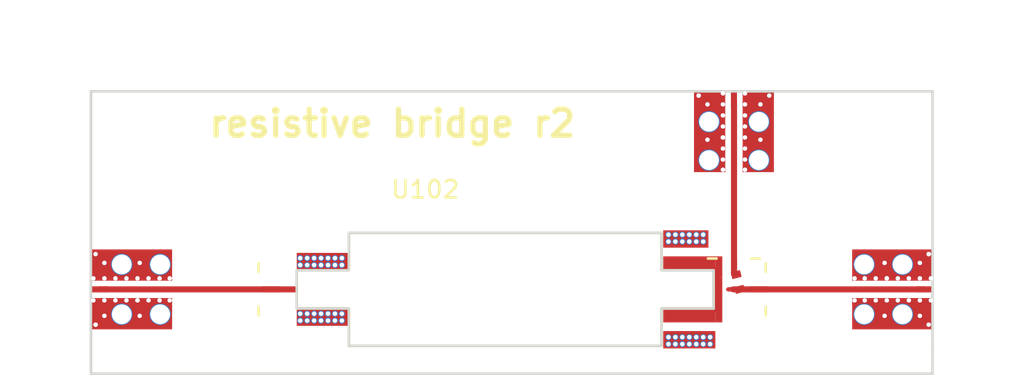
<source format=kicad_pcb>
(kicad_pcb (version 4) (host pcbnew 4.0.7)

  (general
    (links 157)
    (no_connects 0)
    (area 120.974999 92.674999 169.575001 109.075001)
    (thickness 1.6)
    (drawings 21)
    (tracks 10)
    (zones 0)
    (modules 4)
    (nets 6)
  )

  (page A4)
  (layers
    (0 F.Cu signal)
    (1 In1.Cu signal)
    (2 In2.Cu signal)
    (31 B.Cu signal)
    (32 B.Adhes user)
    (33 F.Adhes user)
    (34 B.Paste user)
    (35 F.Paste user)
    (36 B.SilkS user)
    (37 F.SilkS user)
    (38 B.Mask user)
    (39 F.Mask user)
    (40 Dwgs.User user)
    (41 Cmts.User user)
    (42 Eco1.User user)
    (43 Eco2.User user)
    (44 Edge.Cuts user)
    (45 Margin user)
    (46 B.CrtYd user)
    (47 F.CrtYd user)
    (48 B.Fab user)
    (49 F.Fab user)
  )

  (setup
    (last_trace_width 0.35)
    (user_trace_width 0.35)
    (trace_clearance 0.2)
    (zone_clearance 0.508)
    (zone_45_only yes)
    (trace_min 0.2)
    (segment_width 0.2)
    (edge_width 0.15)
    (via_size 0.6)
    (via_drill 0.4)
    (via_min_size 0.4)
    (via_min_drill 0.3)
    (uvia_size 0.3)
    (uvia_drill 0.1)
    (uvias_allowed no)
    (uvia_min_size 0.2)
    (uvia_min_drill 0.1)
    (pcb_text_width 0.3)
    (pcb_text_size 1.5 1.5)
    (mod_edge_width 0.15)
    (mod_text_size 1 1)
    (mod_text_width 0.15)
    (pad_size 0.35 1)
    (pad_drill 0)
    (pad_to_mask_clearance 0.05)
    (aux_axis_origin 0 0)
    (visible_elements FFFFFF7F)
    (pcbplotparams
      (layerselection 0x00030_80000001)
      (usegerberextensions false)
      (excludeedgelayer true)
      (linewidth 0.100000)
      (plotframeref false)
      (viasonmask false)
      (mode 1)
      (useauxorigin false)
      (hpglpennumber 1)
      (hpglpenspeed 20)
      (hpglpendiameter 15)
      (hpglpenoverlay 2)
      (psnegative false)
      (psa4output false)
      (plotreference true)
      (plotvalue true)
      (plotinvisibletext false)
      (padsonsilk false)
      (subtractmaskfromsilk false)
      (outputformat 1)
      (mirror false)
      (drillshape 1)
      (scaleselection 1)
      (outputdirectory ""))
  )

  (net 0 "")
  (net 1 GND)
  (net 2 "Net-(U101-Pad1)")
  (net 3 "Net-(U102-Pad5)")
  (net 4 "Net-(U102-Pad2)")
  (net 5 "Net-(U102-Pad3)")

  (net_class Default "This is the default net class."
    (clearance 0.2)
    (trace_width 0.25)
    (via_dia 0.6)
    (via_drill 0.4)
    (uvia_dia 0.3)
    (uvia_drill 0.1)
    (add_net GND)
    (add_net "Net-(U101-Pad1)")
    (add_net "Net-(U102-Pad2)")
    (add_net "Net-(U102-Pad3)")
    (add_net "Net-(U102-Pad5)")
  )

  (module vna_footprints:SMA_901-10512_6p7MIL_FR408_CPW_LAUNCH (layer F.Cu) (tedit 5A0E5E88) (tstamp 5A0E28E0)
    (at 167.25 104.15)
    (path /5A0E27BF)
    (fp_text reference U104 (at -0.25 -3.1) (layer F.SilkS) hide
      (effects (font (size 1 1) (thickness 0.15)))
    )
    (fp_text value CONN_SMA_2GND (at 1.1 -5) (layer F.Fab)
      (effects (font (size 1 1) (thickness 0.15)))
    )
    (fp_line (start -7.35 -1) (end -7.35 -1.5) (layer F.SilkS) (width 0.15))
    (fp_line (start -7.35 1.5) (end -7.35 1) (layer F.SilkS) (width 0.15))
    (pad 2 thru_hole circle (at -1.685 -1.435) (size 1.24 1.24) (drill 1.14) (layers *.Cu *.Mask)
      (net 1 GND))
    (pad 2 thru_hole circle (at 0.525 -1.435) (size 1.24 1.24) (drill 1.14) (layers *.Cu *.Mask)
      (net 1 GND))
    (pad 3 thru_hole circle (at 0.525 1.435) (size 1.24 1.24) (drill 1.14) (layers *.Cu *.Mask)
      (net 1 GND))
    (pad 3 thru_hole circle (at -1.685 1.435) (size 1.24 1.24) (drill 1.14) (layers *.Cu *.Mask)
      (net 1 GND))
    (pad 1 smd rect (at 1.8 0) (size 0.95 0.35) (layers F.Cu F.Paste F.Mask)
      (net 4 "Net-(U102-Pad2)"))
    (pad 2 smd rect (at -0.05 -1.4) (size 4.65 1.8) (layers F.Cu F.Paste F.Mask)
      (net 1 GND))
    (pad 3 smd rect (at -0.05 1.4) (size 4.65 1.8) (layers F.Cu F.Paste F.Mask)
      (net 1 GND))
    (pad 2 thru_hole circle (at 0.254 -0.635) (size 0.254 0.254) (drill 0.254) (layers *.Cu *.Mask)
      (net 1 GND))
    (pad 2 thru_hole circle (at -1.651 -0.635) (size 0.254 0.254) (drill 0.254) (layers *.Cu *.Mask)
      (net 1 GND))
    (pad 2 thru_hole circle (at -2.2352 -0.635) (size 0.254 0.254) (drill 0.254) (layers *.Cu *.Mask)
      (net 1 GND))
    (pad 2 thru_hole circle (at -1.016 -0.635) (size 0.254 0.254) (drill 0.254) (layers *.Cu *.Mask)
      (net 1 GND))
    (pad 2 thru_hole circle (at -0.381 -0.635) (size 0.254 0.254) (drill 0.254) (layers *.Cu *.Mask)
      (net 1 GND))
    (pad 2 thru_hole circle (at 0.889 -0.635) (size 0.254 0.254) (drill 0.254) (layers *.Cu *.Mask)
      (net 1 GND))
    (pad 2 thru_hole circle (at 1.524 -0.635) (size 0.254 0.254) (drill 0.254) (layers *.Cu *.Mask)
      (net 1 GND))
    (pad 2 thru_hole circle (at 2.159 -0.635) (size 0.254 0.254) (drill 0.254) (layers *.Cu *.Mask)
      (net 1 GND))
    (pad 2 thru_hole circle (at 2.159 0.635) (size 0.254 0.254) (drill 0.254) (layers *.Cu *.Mask)
      (net 1 GND))
    (pad 2 thru_hole circle (at 1.524 0.635) (size 0.254 0.254) (drill 0.254) (layers *.Cu *.Mask)
      (net 1 GND))
    (pad 2 thru_hole circle (at 0.889 0.635) (size 0.254 0.254) (drill 0.254) (layers *.Cu *.Mask)
      (net 1 GND))
    (pad 2 thru_hole circle (at 0.254 0.635) (size 0.254 0.254) (drill 0.254) (layers *.Cu *.Mask)
      (net 1 GND))
    (pad 2 thru_hole circle (at -0.381 0.635) (size 0.254 0.254) (drill 0.254) (layers *.Cu *.Mask)
      (net 1 GND))
    (pad 2 thru_hole circle (at -1.016 0.635) (size 0.254 0.254) (drill 0.254) (layers *.Cu *.Mask)
      (net 1 GND))
    (pad 2 thru_hole circle (at -1.651 0.635) (size 0.254 0.254) (drill 0.254) (layers *.Cu *.Mask)
      (net 1 GND))
    (pad 2 thru_hole circle (at -2.2352 0.635) (size 0.254 0.254) (drill 0.254) (layers *.Cu *.Mask)
      (net 1 GND))
    (pad 2 thru_hole circle (at -0.381 -0.635) (size 0.254 0.254) (drill 0.254) (layers *.Cu *.Mask)
      (net 1 GND))
    (pad 2 thru_hole circle (at -0.508 -1.524) (size 0.254 0.254) (drill 0.254) (layers *.Cu *.Mask)
      (net 1 GND))
    (pad 2 thru_hole circle (at 1.524 -1.524) (size 0.254 0.254) (drill 0.254) (layers *.Cu *.Mask)
      (net 1 GND))
    (pad 2 thru_hole circle (at 1.524 1.524) (size 0.254 0.254) (drill 0.254) (layers *.Cu *.Mask)
      (net 1 GND))
    (pad 2 thru_hole circle (at -0.508 1.524) (size 0.254 0.254) (drill 0.254) (layers *.Cu *.Mask)
      (net 1 GND))
    (pad 2 thru_hole circle (at 2.032 2.032) (size 0.254 0.254) (drill 0.254) (layers *.Cu *.Mask)
      (net 1 GND))
    (pad 2 thru_hole circle (at 2.032 -2.032) (size 0.254 0.254) (drill 0.254) (layers *.Cu *.Mask)
      (net 1 GND))
    (pad 2 thru_hole circle (at 2.032 -2.032) (size 0.254 0.254) (drill 0.254) (layers *.Cu *.Mask)
      (net 1 GND))
  )

  (module vna_footprints:SMA_901-10512_6p7MIL_FR408_CPW_LAUNCH (layer F.Cu) (tedit 5A0E5E87) (tstamp 5A0E28BD)
    (at 158.07 95.025 90)
    (path /5A0E2A67)
    (fp_text reference U103 (at -0.25 -3.1 90) (layer F.SilkS) hide
      (effects (font (size 1 1) (thickness 0.15)))
    )
    (fp_text value CONN_SMA_2GND (at 1.1 -5 90) (layer F.Fab)
      (effects (font (size 1 1) (thickness 0.15)))
    )
    (fp_line (start -7.35 -1) (end -7.35 -1.5) (layer F.SilkS) (width 0.15))
    (fp_line (start -7.35 1.5) (end -7.35 1) (layer F.SilkS) (width 0.15))
    (pad 2 thru_hole circle (at -1.685 -1.435 90) (size 1.24 1.24) (drill 1.14) (layers *.Cu *.Mask)
      (net 1 GND))
    (pad 2 thru_hole circle (at 0.525 -1.435 90) (size 1.24 1.24) (drill 1.14) (layers *.Cu *.Mask)
      (net 1 GND))
    (pad 3 thru_hole circle (at 0.525 1.435 90) (size 1.24 1.24) (drill 1.14) (layers *.Cu *.Mask)
      (net 1 GND))
    (pad 3 thru_hole circle (at -1.685 1.435 90) (size 1.24 1.24) (drill 1.14) (layers *.Cu *.Mask)
      (net 1 GND))
    (pad 1 smd rect (at 1.8 0 90) (size 0.95 0.35) (layers F.Cu F.Paste F.Mask)
      (net 5 "Net-(U102-Pad3)"))
    (pad 2 smd rect (at -0.05 -1.4 90) (size 4.65 1.8) (layers F.Cu F.Paste F.Mask)
      (net 1 GND))
    (pad 3 smd rect (at -0.05 1.4 90) (size 4.65 1.8) (layers F.Cu F.Paste F.Mask)
      (net 1 GND))
    (pad 2 thru_hole circle (at 0.254 -0.635 90) (size 0.254 0.254) (drill 0.254) (layers *.Cu *.Mask)
      (net 1 GND))
    (pad 2 thru_hole circle (at -1.651 -0.635 90) (size 0.254 0.254) (drill 0.254) (layers *.Cu *.Mask)
      (net 1 GND))
    (pad 2 thru_hole circle (at -2.2352 -0.635 90) (size 0.254 0.254) (drill 0.254) (layers *.Cu *.Mask)
      (net 1 GND))
    (pad 2 thru_hole circle (at -1.016 -0.635 90) (size 0.254 0.254) (drill 0.254) (layers *.Cu *.Mask)
      (net 1 GND))
    (pad 2 thru_hole circle (at -0.381 -0.635 90) (size 0.254 0.254) (drill 0.254) (layers *.Cu *.Mask)
      (net 1 GND))
    (pad 2 thru_hole circle (at 0.889 -0.635 90) (size 0.254 0.254) (drill 0.254) (layers *.Cu *.Mask)
      (net 1 GND))
    (pad 2 thru_hole circle (at 1.524 -0.635 90) (size 0.254 0.254) (drill 0.254) (layers *.Cu *.Mask)
      (net 1 GND))
    (pad 2 thru_hole circle (at 2.159 -0.635 90) (size 0.254 0.254) (drill 0.254) (layers *.Cu *.Mask)
      (net 1 GND))
    (pad 2 thru_hole circle (at 2.159 0.635 90) (size 0.254 0.254) (drill 0.254) (layers *.Cu *.Mask)
      (net 1 GND))
    (pad 2 thru_hole circle (at 1.524 0.635 90) (size 0.254 0.254) (drill 0.254) (layers *.Cu *.Mask)
      (net 1 GND))
    (pad 2 thru_hole circle (at 0.889 0.635 90) (size 0.254 0.254) (drill 0.254) (layers *.Cu *.Mask)
      (net 1 GND))
    (pad 2 thru_hole circle (at 0.254 0.635 90) (size 0.254 0.254) (drill 0.254) (layers *.Cu *.Mask)
      (net 1 GND))
    (pad 2 thru_hole circle (at -0.381 0.635 90) (size 0.254 0.254) (drill 0.254) (layers *.Cu *.Mask)
      (net 1 GND))
    (pad 2 thru_hole circle (at -1.016 0.635 90) (size 0.254 0.254) (drill 0.254) (layers *.Cu *.Mask)
      (net 1 GND))
    (pad 2 thru_hole circle (at -1.651 0.635 90) (size 0.254 0.254) (drill 0.254) (layers *.Cu *.Mask)
      (net 1 GND))
    (pad 2 thru_hole circle (at -2.2352 0.635 90) (size 0.254 0.254) (drill 0.254) (layers *.Cu *.Mask)
      (net 1 GND))
    (pad 2 thru_hole circle (at -0.381 -0.635 90) (size 0.254 0.254) (drill 0.254) (layers *.Cu *.Mask)
      (net 1 GND))
    (pad 2 thru_hole circle (at -0.508 -1.524 90) (size 0.254 0.254) (drill 0.254) (layers *.Cu *.Mask)
      (net 1 GND))
    (pad 2 thru_hole circle (at 1.524 -1.524 90) (size 0.254 0.254) (drill 0.254) (layers *.Cu *.Mask)
      (net 1 GND))
    (pad 2 thru_hole circle (at 1.524 1.524 90) (size 0.254 0.254) (drill 0.254) (layers *.Cu *.Mask)
      (net 1 GND))
    (pad 2 thru_hole circle (at -0.508 1.524 90) (size 0.254 0.254) (drill 0.254) (layers *.Cu *.Mask)
      (net 1 GND))
    (pad 2 thru_hole circle (at 2.032 2.032 90) (size 0.254 0.254) (drill 0.254) (layers *.Cu *.Mask)
      (net 1 GND))
    (pad 2 thru_hole circle (at 2.032 -2.032 90) (size 0.254 0.254) (drill 0.254) (layers *.Cu *.Mask)
      (net 1 GND))
    (pad 2 thru_hole circle (at 2.032 -2.032 90) (size 0.254 0.254) (drill 0.254) (layers *.Cu *.Mask)
      (net 1 GND))
  )

  (module vna_footprints:SMA_901-10512_6p7MIL_FR408_CPW_LAUNCH (layer F.Cu) (tedit 5A0E5E83) (tstamp 5A0E2851)
    (at 123.35 104.15 180)
    (path /5A0E275A)
    (fp_text reference U101 (at -0.25 -3.1 180) (layer F.SilkS) hide
      (effects (font (size 1 1) (thickness 0.15)))
    )
    (fp_text value CONN_SMA_2GND (at 1.1 -5 180) (layer F.Fab)
      (effects (font (size 1 1) (thickness 0.15)))
    )
    (fp_line (start -7.35 -1) (end -7.35 -1.5) (layer F.SilkS) (width 0.15))
    (fp_line (start -7.35 1.5) (end -7.35 1) (layer F.SilkS) (width 0.15))
    (pad 2 thru_hole circle (at -1.685 -1.435 180) (size 1.24 1.24) (drill 1.14) (layers *.Cu *.Mask)
      (net 1 GND))
    (pad 2 thru_hole circle (at 0.525 -1.435 180) (size 1.24 1.24) (drill 1.14) (layers *.Cu *.Mask)
      (net 1 GND))
    (pad 3 thru_hole circle (at 0.525 1.435 180) (size 1.24 1.24) (drill 1.14) (layers *.Cu *.Mask)
      (net 1 GND))
    (pad 3 thru_hole circle (at -1.685 1.435 180) (size 1.24 1.24) (drill 1.14) (layers *.Cu *.Mask)
      (net 1 GND))
    (pad 1 smd rect (at 1.8 0 180) (size 0.95 0.35) (layers F.Cu F.Paste F.Mask)
      (net 2 "Net-(U101-Pad1)"))
    (pad 2 smd rect (at -0.05 -1.4 180) (size 4.65 1.8) (layers F.Cu F.Paste F.Mask)
      (net 1 GND))
    (pad 3 smd rect (at -0.05 1.4 180) (size 4.65 1.8) (layers F.Cu F.Paste F.Mask)
      (net 1 GND))
    (pad 2 thru_hole circle (at 0.254 -0.635 180) (size 0.254 0.254) (drill 0.254) (layers *.Cu *.Mask)
      (net 1 GND))
    (pad 2 thru_hole circle (at -1.651 -0.635 180) (size 0.254 0.254) (drill 0.254) (layers *.Cu *.Mask)
      (net 1 GND))
    (pad 2 thru_hole circle (at -2.2352 -0.635 180) (size 0.254 0.254) (drill 0.254) (layers *.Cu *.Mask)
      (net 1 GND))
    (pad 2 thru_hole circle (at -1.016 -0.635 180) (size 0.254 0.254) (drill 0.254) (layers *.Cu *.Mask)
      (net 1 GND))
    (pad 2 thru_hole circle (at -0.381 -0.635 180) (size 0.254 0.254) (drill 0.254) (layers *.Cu *.Mask)
      (net 1 GND))
    (pad 2 thru_hole circle (at 0.889 -0.635 180) (size 0.254 0.254) (drill 0.254) (layers *.Cu *.Mask)
      (net 1 GND))
    (pad 2 thru_hole circle (at 1.524 -0.635 180) (size 0.254 0.254) (drill 0.254) (layers *.Cu *.Mask)
      (net 1 GND))
    (pad 2 thru_hole circle (at 2.159 -0.635 180) (size 0.254 0.254) (drill 0.254) (layers *.Cu *.Mask)
      (net 1 GND))
    (pad 2 thru_hole circle (at 2.159 0.635 180) (size 0.254 0.254) (drill 0.254) (layers *.Cu *.Mask)
      (net 1 GND))
    (pad 2 thru_hole circle (at 1.524 0.635 180) (size 0.254 0.254) (drill 0.254) (layers *.Cu *.Mask)
      (net 1 GND))
    (pad 2 thru_hole circle (at 0.889 0.635 180) (size 0.254 0.254) (drill 0.254) (layers *.Cu *.Mask)
      (net 1 GND))
    (pad 2 thru_hole circle (at 0.254 0.635 180) (size 0.254 0.254) (drill 0.254) (layers *.Cu *.Mask)
      (net 1 GND))
    (pad 2 thru_hole circle (at -0.381 0.635 180) (size 0.254 0.254) (drill 0.254) (layers *.Cu *.Mask)
      (net 1 GND))
    (pad 2 thru_hole circle (at -1.016 0.635 180) (size 0.254 0.254) (drill 0.254) (layers *.Cu *.Mask)
      (net 1 GND))
    (pad 2 thru_hole circle (at -1.651 0.635 180) (size 0.254 0.254) (drill 0.254) (layers *.Cu *.Mask)
      (net 1 GND))
    (pad 2 thru_hole circle (at -2.2352 0.635 180) (size 0.254 0.254) (drill 0.254) (layers *.Cu *.Mask)
      (net 1 GND))
    (pad 2 thru_hole circle (at -0.381 -0.635 180) (size 0.254 0.254) (drill 0.254) (layers *.Cu *.Mask)
      (net 1 GND))
    (pad 2 thru_hole circle (at -0.508 -1.524 180) (size 0.254 0.254) (drill 0.254) (layers *.Cu *.Mask)
      (net 1 GND))
    (pad 2 thru_hole circle (at 1.524 -1.524 180) (size 0.254 0.254) (drill 0.254) (layers *.Cu *.Mask)
      (net 1 GND))
    (pad 2 thru_hole circle (at 1.524 1.524 180) (size 0.254 0.254) (drill 0.254) (layers *.Cu *.Mask)
      (net 1 GND))
    (pad 2 thru_hole circle (at -0.508 1.524 180) (size 0.254 0.254) (drill 0.254) (layers *.Cu *.Mask)
      (net 1 GND))
    (pad 2 thru_hole circle (at 2.032 2.032 180) (size 0.254 0.254) (drill 0.254) (layers *.Cu *.Mask)
      (net 1 GND))
    (pad 2 thru_hole circle (at 2.032 -2.032 180) (size 0.254 0.254) (drill 0.254) (layers *.Cu *.Mask)
      (net 1 GND))
    (pad 2 thru_hole circle (at 2.032 -2.032 180) (size 0.254 0.254) (drill 0.254) (layers *.Cu *.Mask)
      (net 1 GND))
  )

  (module vna_footprints:resistive_bridge_osh_fr408_ustrip (layer F.Cu) (tedit 5AC16F9A) (tstamp 5A0E6426)
    (at 144.9 104.15)
    (path /5A0E270D)
    (fp_text reference U102 (at -4.6 -5.75) (layer F.SilkS)
      (effects (font (size 1 1) (thickness 0.15)))
    )
    (fp_text value resistive_bridge (at -0.8 -7.3) (layer F.Fab)
      (effects (font (size 1 1) (thickness 0.15)))
    )
    (fp_line (start 12 -1.1) (end 12 1.1) (layer F.SilkS) (width 0.15))
    (fp_line (start 9 1.1) (end 9 3.25) (layer F.SilkS) (width 0.15))
    (fp_line (start 12 1.1) (end 9 1.1) (layer F.SilkS) (width 0.15))
    (fp_line (start 12 -1.1) (end 9 -1.1) (layer F.SilkS) (width 0.15))
    (fp_line (start 9 -1.1) (end 9 -3.25) (layer F.SilkS) (width 0.15))
    (fp_line (start -9 3.25) (end 0 3.25) (layer F.SilkS) (width 0.15))
    (fp_line (start -9 1.1) (end -9 3.25) (layer F.SilkS) (width 0.15))
    (fp_line (start -12 -1.1) (end -12 1.1) (layer F.SilkS) (width 0.15))
    (fp_line (start -9 -3.25) (end 0 -3.25) (layer F.SilkS) (width 0.15))
    (fp_line (start -9 -1.1) (end -9 -3.25) (layer F.SilkS) (width 0.15))
    (fp_line (start -9 1.1) (end -12 1.1) (layer F.SilkS) (width 0.15))
    (fp_line (start -12 -1.1) (end -9 -1.1) (layer F.SilkS) (width 0.15))
    (fp_line (start 9 -3.25) (end 0 -3.25) (layer F.SilkS) (width 0.15))
    (fp_line (start 0 3.25) (end 9 3.25) (layer F.SilkS) (width 0.15))
    (pad 1 smd rect (at -13 0) (size 2 0.35) (layers F.Cu F.Paste F.Mask)
      (net 2 "Net-(U101-Pad1)"))
    (pad 4 smd rect (at -10.5 -1.6) (size 3 1) (layers F.Cu F.Paste F.Mask)
      (net 1 GND))
    (pad 4 smd rect (at -10.5 1.6) (size 3 1) (layers F.Cu F.Paste F.Mask)
      (net 1 GND))
    (pad 4 smd rect (at 10.4 -2.9) (size 2.6 1) (layers F.Cu F.Paste F.Mask)
      (net 1 GND))
    (pad 5 smd rect (at 10.6 1.5) (size 3 0.8) (layers F.Cu F.Paste F.Mask)
      (net 3 "Net-(U102-Pad5)"))
    (pad 5 smd rect (at 10.6 -1.5) (size 3 0.8) (layers F.Cu F.Paste F.Mask)
      (net 3 "Net-(U102-Pad5)"))
    (pad 5 smd rect (at 12.3 0) (size 0.4 1.4) (layers F.Cu F.Paste)
      (net 3 "Net-(U102-Pad5)"))
    (pad 2 smd rect (at 14.1 0) (size 2 0.35) (layers F.Cu F.Paste)
      (net 4 "Net-(U102-Pad2)"))
    (pad 4 smd rect (at 10.6 2.9) (size 3 1) (layers F.Cu F.Paste F.Mask)
      (net 1 GND))
    (pad 2 smd trapezoid (at 12.9 0 180) (size 0.4 0.18) (rect_delta 0.16 0 ) (layers F.Cu F.Paste F.Mask)
      (net 4 "Net-(U102-Pad2)"))
    (pad 3 smd rect (at 13.175 -1.3) (size 0.35 1) (layers F.Cu F.Paste F.Mask)
      (net 5 "Net-(U102-Pad3)"))
    (pad 4 thru_hole circle (at -9.4 -1.4) (size 0.36 0.36) (drill 0.254) (layers *.Cu *.Mask)
      (net 1 GND))
    (pad 4 thru_hole circle (at -9.4 1.4) (size 0.36 0.36) (drill 0.254) (layers *.Cu *.Mask)
      (net 1 GND))
    (pad 4 thru_hole circle (at 9.8 2.75) (size 0.36 0.36) (drill 0.254) (layers *.Cu *.Mask)
      (net 1 GND))
    (pad 4 thru_hole circle (at 9.8 -2.75) (size 0.36 0.36) (drill 0.254) (layers *.Cu *.Mask)
      (net 1 GND))
    (pad 4 thru_hole circle (at 10.6 2.75) (size 0.36 0.36) (drill 0.254) (layers *.Cu *.Mask)
      (net 1 GND))
    (pad 4 thru_hole circle (at 11 2.75) (size 0.36 0.36) (drill 0.254) (layers *.Cu *.Mask)
      (net 1 GND))
    (pad 4 thru_hole circle (at 11.4 2.75) (size 0.36 0.36) (drill 0.254) (layers *.Cu *.Mask)
      (net 1 GND))
    (pad 4 thru_hole circle (at 11.4 3.15) (size 0.36 0.36) (drill 0.254) (layers *.Cu *.Mask)
      (net 1 GND))
    (pad 4 thru_hole circle (at 11 3.15) (size 0.36 0.36) (drill 0.254) (layers *.Cu *.Mask)
      (net 1 GND))
    (pad 4 thru_hole circle (at 10.6 3.15) (size 0.36 0.36) (drill 0.254) (layers *.Cu *.Mask)
      (net 1 GND))
    (pad 4 thru_hole circle (at 10.2 3.15) (size 0.36 0.36) (drill 0.254) (layers *.Cu *.Mask)
      (net 1 GND))
    (pad 4 thru_hole circle (at 10.2 -2.75) (size 0.36 0.36) (drill 0.254) (layers *.Cu *.Mask)
      (net 1 GND))
    (pad 4 thru_hole circle (at 10.6 -2.75) (size 0.36 0.36) (drill 0.254) (layers *.Cu *.Mask)
      (net 1 GND))
    (pad 4 thru_hole circle (at 11 -2.75) (size 0.36 0.36) (drill 0.254) (layers *.Cu *.Mask)
      (net 1 GND))
    (pad 4 thru_hole circle (at 11.4 -2.75) (size 0.36 0.36) (drill 0.254) (layers *.Cu *.Mask)
      (net 1 GND))
    (pad 4 thru_hole circle (at 9.8 -3.15) (size 0.36 0.36) (drill 0.254) (layers *.Cu *.Mask)
      (net 1 GND))
    (pad 4 thru_hole circle (at 10.2 -3.15) (size 0.36 0.36) (drill 0.254) (layers *.Cu *.Mask)
      (net 1 GND))
    (pad 4 thru_hole circle (at 10.6 -3.15) (size 0.36 0.36) (drill 0.254) (layers *.Cu *.Mask)
      (net 1 GND))
    (pad 4 thru_hole circle (at 11 -3.15) (size 0.36 0.36) (drill 0.254) (layers *.Cu *.Mask)
      (net 1 GND))
    (pad 4 thru_hole circle (at 11.4 -3.15) (size 0.36 0.36) (drill 0.254) (layers *.Cu *.Mask)
      (net 1 GND))
    (pad 4 thru_hole circle (at 11.8 2.75) (size 0.36 0.36) (drill 0.254) (layers *.Cu *.Mask)
      (net 1 GND))
    (pad 4 thru_hole circle (at 11.8 3.15) (size 0.36 0.36) (drill 0.254) (layers *.Cu *.Mask)
      (net 1 GND))
    (pad 4 thru_hole circle (at -9.8 -1.4) (size 0.36 0.36) (drill 0.254) (layers *.Cu *.Mask)
      (net 1 GND))
    (pad 4 thru_hole circle (at -10.2 -1.4) (size 0.36 0.36) (drill 0.254) (layers *.Cu *.Mask)
      (net 1 GND))
    (pad 4 thru_hole circle (at -10.6 -1.4) (size 0.36 0.36) (drill 0.254) (layers *.Cu *.Mask)
      (net 1 GND))
    (pad 4 thru_hole circle (at -11 -1.4) (size 0.36 0.36) (drill 0.254) (layers *.Cu *.Mask)
      (net 1 GND))
    (pad 4 thru_hole circle (at -11.4 -1.4) (size 0.36 0.36) (drill 0.254) (layers *.Cu *.Mask)
      (net 1 GND))
    (pad 4 thru_hole circle (at -11.8 -1.4) (size 0.36 0.36) (drill 0.254) (layers *.Cu *.Mask)
      (net 1 GND))
    (pad 4 thru_hole circle (at -11.8 -1.8) (size 0.36 0.36) (drill 0.254) (layers *.Cu *.Mask)
      (net 1 GND))
    (pad 4 thru_hole circle (at -11.4 -1.8) (size 0.36 0.36) (drill 0.254) (layers *.Cu *.Mask)
      (net 1 GND))
    (pad 4 thru_hole circle (at -11 -1.8) (size 0.36 0.36) (drill 0.254) (layers *.Cu *.Mask)
      (net 1 GND))
    (pad 4 thru_hole circle (at -10.6 -1.8) (size 0.36 0.36) (drill 0.254) (layers *.Cu *.Mask)
      (net 1 GND))
    (pad 4 thru_hole circle (at -10.2 -1.8) (size 0.36 0.36) (drill 0.254) (layers *.Cu *.Mask)
      (net 1 GND))
    (pad 4 thru_hole circle (at -9.8 -1.8) (size 0.36 0.36) (drill 0.254) (layers *.Cu *.Mask)
      (net 1 GND))
    (pad 4 thru_hole circle (at -9.4 -1.8) (size 0.36 0.36) (drill 0.254) (layers *.Cu *.Mask)
      (net 1 GND))
    (pad 4 thru_hole circle (at -9.8 1.4) (size 0.36 0.36) (drill 0.254) (layers *.Cu *.Mask)
      (net 1 GND))
    (pad 4 thru_hole circle (at -10.2 1.4) (size 0.36 0.36) (drill 0.254) (layers *.Cu *.Mask)
      (net 1 GND))
    (pad 4 thru_hole circle (at -10.6 1.4) (size 0.36 0.36) (drill 0.254) (layers *.Cu *.Mask)
      (net 1 GND))
    (pad 4 thru_hole circle (at -11 1.4) (size 0.36 0.36) (drill 0.254) (layers *.Cu *.Mask)
      (net 1 GND))
    (pad 4 thru_hole circle (at -11.4 1.4) (size 0.36 0.36) (drill 0.254) (layers *.Cu *.Mask)
      (net 1 GND))
    (pad 4 thru_hole circle (at -11.8 1.4) (size 0.36 0.36) (drill 0.254) (layers *.Cu *.Mask)
      (net 1 GND))
    (pad 4 thru_hole circle (at -11.8 1.8) (size 0.36 0.36) (drill 0.254) (layers *.Cu *.Mask)
      (net 1 GND))
    (pad 4 thru_hole circle (at -11.4 1.8) (size 0.36 0.36) (drill 0.254) (layers *.Cu *.Mask)
      (net 1 GND))
    (pad 4 thru_hole circle (at -11 1.8) (size 0.36 0.36) (drill 0.254) (layers *.Cu *.Mask)
      (net 1 GND))
    (pad 4 thru_hole circle (at -10.6 1.8) (size 0.36 0.36) (drill 0.254) (layers *.Cu *.Mask)
      (net 1 GND))
    (pad 4 thru_hole circle (at -10.2 1.8) (size 0.36 0.36) (drill 0.254) (layers *.Cu *.Mask)
      (net 1 GND))
    (pad 4 thru_hole circle (at -9.8 1.8) (size 0.36 0.36) (drill 0.254) (layers *.Cu *.Mask)
      (net 1 GND))
    (pad 4 thru_hole circle (at -9.4 1.8) (size 0.36 0.36) (drill 0.254) (layers *.Cu *.Mask)
      (net 1 GND))
    (pad 4 thru_hole circle (at 10.2 2.75) (size 0.36 0.36) (drill 0.254) (layers *.Cu *.Mask)
      (net 1 GND))
    (pad 4 thru_hole circle (at 9.4 2.75) (size 0.36 0.36) (drill 0.254) (layers *.Cu *.Mask)
      (net 1 GND))
    (pad 4 thru_hole circle (at 9.4 3.15) (size 0.36 0.36) (drill 0.254) (layers *.Cu *.Mask)
      (net 1 GND))
    (pad 4 thru_hole circle (at 9.8 3.15) (size 0.36 0.36) (drill 0.254) (layers *.Cu *.Mask)
      (net 1 GND))
    (pad 4 thru_hole circle (at 9.4 -3.15) (size 0.36 0.36) (drill 0.254) (layers *.Cu *.Mask)
      (net 1 GND))
    (pad 4 thru_hole circle (at 9.4 -2.75) (size 0.36 0.36) (drill 0.254) (layers *.Cu *.Mask)
      (net 1 GND))
    (pad 5 smd rect (at 12.3 -1.3) (size 0.4 1.2) (layers F.Cu F.Paste F.Mask)
      (net 3 "Net-(U102-Pad5)"))
    (pad 5 smd rect (at 12.3 1.3) (size 0.4 1.2) (layers F.Cu F.Paste F.Mask)
      (net 3 "Net-(U102-Pad5)"))
    (pad 2 smd rect (at 13.5 0 14.5) (size 0.55 0.4) (layers F.Cu F.Paste F.Mask)
      (net 4 "Net-(U102-Pad2)"))
    (pad 3 smd rect (at 13.3 -0.85 14.5) (size 0.55 0.4) (layers F.Cu F.Paste F.Mask)
      (net 5 "Net-(U102-Pad3)"))
  )

  (gr_text "resistive bridge r2" (at 138.4 94.6) (layer F.SilkS)
    (effects (font (size 1.5 1.5) (thickness 0.3)))
  )
  (gr_line (start 132.9 103.05) (end 135.9 103.05) (layer Edge.Cuts) (width 0.15))
  (gr_line (start 132.9 105.25) (end 132.9 103.05) (layer Edge.Cuts) (width 0.15))
  (gr_line (start 135.9 105.25) (end 132.9 105.25) (layer Edge.Cuts) (width 0.15))
  (gr_line (start 135.9 107.4) (end 135.9 105.25) (layer Edge.Cuts) (width 0.15))
  (gr_line (start 153.9 107.4) (end 135.9 107.4) (layer Edge.Cuts) (width 0.15))
  (gr_line (start 153.9 105.25) (end 153.9 107.4) (layer Edge.Cuts) (width 0.15))
  (gr_line (start 156.9 105.25) (end 153.9 105.25) (layer Edge.Cuts) (width 0.15))
  (gr_line (start 156.9 103.05) (end 156.9 105.25) (layer Edge.Cuts) (width 0.15))
  (gr_line (start 156.85 103.05) (end 156.9 103.05) (layer Edge.Cuts) (width 0.15))
  (gr_line (start 153.9 103.05) (end 156.85 103.05) (layer Edge.Cuts) (width 0.15))
  (gr_line (start 153.9 100.9) (end 153.9 103.05) (layer Edge.Cuts) (width 0.15))
  (gr_line (start 135.9 100.9) (end 153.9 100.9) (layer Edge.Cuts) (width 0.15))
  (gr_line (start 135.9 103.05) (end 135.9 100.9) (layer Edge.Cuts) (width 0.15))
  (gr_line (start 121.05 92.75) (end 159.25 92.75) (layer Edge.Cuts) (width 0.15))
  (gr_line (start 121.05 93.5) (end 121.05 92.75) (layer Edge.Cuts) (width 0.15))
  (gr_line (start 121.05 109) (end 121.05 93.5) (layer Edge.Cuts) (width 0.15))
  (gr_line (start 169.5 109) (end 121.05 109) (layer Edge.Cuts) (width 0.15))
  (gr_line (start 169.5 107.5) (end 169.5 109) (layer Edge.Cuts) (width 0.15))
  (gr_line (start 169.5 92.75) (end 169.5 107.5) (layer Edge.Cuts) (width 0.15))
  (gr_line (start 159.25 92.75) (end 169.5 92.75) (layer Edge.Cuts) (width 0.15))

  (segment (start 121.55 104.15) (end 131.9 104.15) (width 0.35) (layer F.Cu) (net 2))
  (segment (start 155.4 102.8) (end 156.8 102.8) (width 0.25) (layer F.Cu) (net 3))
  (segment (start 156.8 102.8) (end 157.1 103.1) (width 0.25) (layer F.Cu) (net 3))
  (segment (start 155.4 105.5) (end 156.8 105.5) (width 0.25) (layer F.Cu) (net 3))
  (segment (start 156.8 105.5) (end 157.1 105.2) (width 0.25) (layer F.Cu) (net 3))
  (segment (start 157.1 104.15) (end 157.1 105.2) (width 0.25) (layer F.Cu) (net 3))
  (segment (start 157.1 104.15) (end 157.1 103.1) (width 0.25) (layer F.Cu) (net 3))
  (segment (start 159 104.15) (end 157.75 104.15) (width 0.25) (layer F.Cu) (net 4))
  (segment (start 169.05 104.15) (end 159 104.15) (width 0.35) (layer F.Cu) (net 4))
  (segment (start 158.075 102.85) (end 158.075 93.3) (width 0.35) (layer F.Cu) (net 5))

  (zone (net 1) (net_name GND) (layer In1.Cu) (tstamp 0) (hatch edge 0.508)
    (connect_pads yes (clearance 0.2))
    (min_thickness 0.254)
    (fill yes (arc_segments 16) (thermal_gap 0.508) (thermal_bridge_width 0.508))
    (polygon
      (pts
        (xy 121.05 92.75) (xy 121.05 109) (xy 169.5 109) (xy 169.5 92.75)
      )
    )
    (filled_polygon
      (pts
        (xy 169.098 108.598) (xy 121.452 108.598) (xy 121.452 103.05) (xy 132.498 103.05) (xy 132.498 105.25)
        (xy 132.5286 105.403839) (xy 132.615743 105.534257) (xy 132.746161 105.6214) (xy 132.9 105.652) (xy 135.498 105.652)
        (xy 135.498 107.4) (xy 135.5286 107.553839) (xy 135.615743 107.684257) (xy 135.746161 107.7714) (xy 135.9 107.802)
        (xy 153.9 107.802) (xy 154.053839 107.7714) (xy 154.184257 107.684257) (xy 154.2714 107.553839) (xy 154.302 107.4)
        (xy 154.302 106.077) (xy 157.5 106.077) (xy 157.546159 106.068315) (xy 157.588553 106.041035) (xy 157.616994 105.99941)
        (xy 157.627 105.95) (xy 157.627 102.35) (xy 157.618315 102.303841) (xy 157.591035 102.261447) (xy 157.54941 102.233006)
        (xy 157.5 102.223) (xy 154.302 102.223) (xy 154.302 100.9) (xy 154.2714 100.746161) (xy 154.184257 100.615743)
        (xy 154.053839 100.5286) (xy 153.9 100.498) (xy 135.9 100.498) (xy 135.746161 100.5286) (xy 135.615743 100.615743)
        (xy 135.5286 100.746161) (xy 135.498 100.9) (xy 135.498 102.648) (xy 132.9 102.648) (xy 132.746161 102.6786)
        (xy 132.615743 102.765743) (xy 132.5286 102.896161) (xy 132.498 103.05) (xy 121.452 103.05) (xy 121.452 93.152)
        (xy 169.098 93.152)
      )
    )
  )
  (zone (net 0) (net_name "") (layer In1.Cu) (tstamp 0) (hatch edge 0.508)
    (connect_pads (clearance 0.508))
    (min_thickness 0.254)
    (keepout (tracks not_allowed) (vias not_allowed) (copperpour not_allowed))
    (fill (arc_segments 16) (thermal_gap 0.508) (thermal_bridge_width 0.508))
    (polygon
      (pts
        (xy 153.85 102.35) (xy 157.5 102.35) (xy 157.5 105.95) (xy 153.85 105.95)
      )
    )
  )
)

</source>
